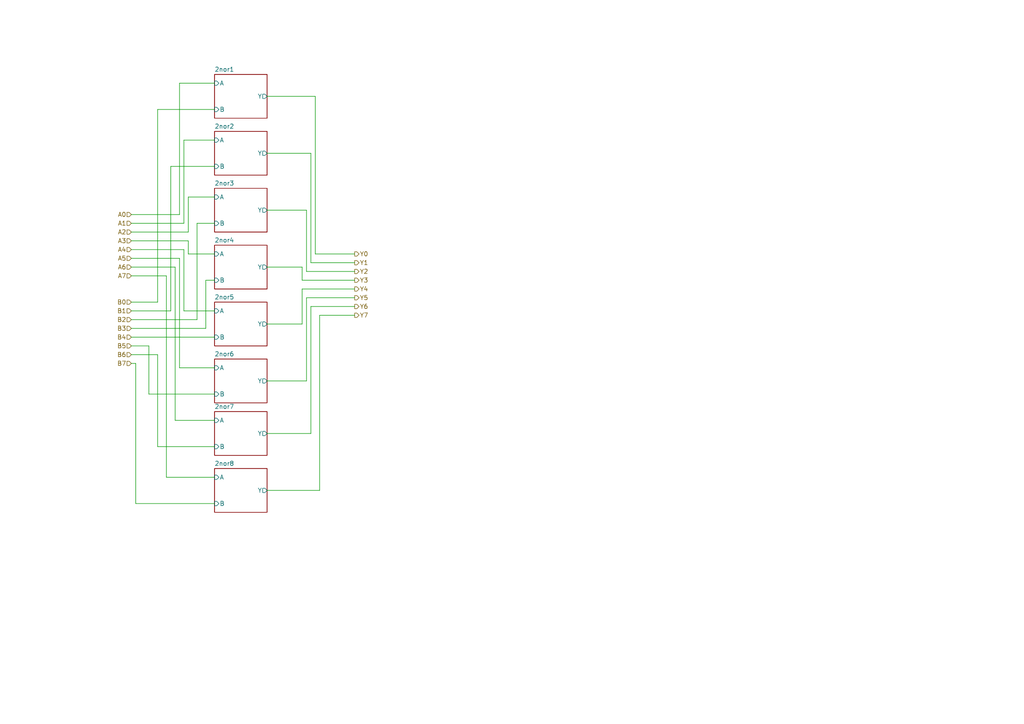
<source format=kicad_sch>
(kicad_sch
	(version 20250114)
	(generator "eeschema")
	(generator_version "9.0")
	(uuid "1dc696ed-d35e-495d-aad0-47f49dae0428")
	(paper "A4")
	(lib_symbols)
	(wire
		(pts
			(xy 92.71 91.44) (xy 102.87 91.44)
		)
		(stroke
			(width 0)
			(type default)
		)
		(uuid "047dbe10-443e-4c31-bc72-954521d39de7")
	)
	(wire
		(pts
			(xy 53.34 90.17) (xy 62.23 90.17)
		)
		(stroke
			(width 0)
			(type default)
		)
		(uuid "0fe10e65-8986-4f1c-bfe5-375184c1f790")
	)
	(wire
		(pts
			(xy 38.1 100.33) (xy 43.18 100.33)
		)
		(stroke
			(width 0)
			(type default)
		)
		(uuid "10e8927a-742e-4748-bf2b-c2a19f1aa67d")
	)
	(wire
		(pts
			(xy 52.07 74.93) (xy 52.07 106.68)
		)
		(stroke
			(width 0)
			(type default)
		)
		(uuid "1550bbda-b5b2-4048-8ea5-3a23c4dde4a4")
	)
	(wire
		(pts
			(xy 38.1 92.71) (xy 57.15 92.71)
		)
		(stroke
			(width 0)
			(type default)
		)
		(uuid "15fcacd7-716c-468a-a4c1-bdf38317a30f")
	)
	(wire
		(pts
			(xy 45.72 102.87) (xy 45.72 129.54)
		)
		(stroke
			(width 0)
			(type default)
		)
		(uuid "18857600-e7f0-45a6-ba12-2ccbad2ccea6")
	)
	(wire
		(pts
			(xy 38.1 74.93) (xy 52.07 74.93)
		)
		(stroke
			(width 0)
			(type default)
		)
		(uuid "24b24b43-c809-4e0d-a6bc-3add1aaf1d31")
	)
	(wire
		(pts
			(xy 38.1 97.79) (xy 62.23 97.79)
		)
		(stroke
			(width 0)
			(type default)
		)
		(uuid "257deb9b-6531-4e94-87e0-5b09f091eb69")
	)
	(wire
		(pts
			(xy 77.47 142.24) (xy 92.71 142.24)
		)
		(stroke
			(width 0)
			(type default)
		)
		(uuid "2e408874-c971-40ae-921f-dc2ac53655ce")
	)
	(wire
		(pts
			(xy 53.34 64.77) (xy 53.34 40.64)
		)
		(stroke
			(width 0)
			(type default)
		)
		(uuid "2fa3382c-e7a6-4dad-a4bf-aa599b7e6daf")
	)
	(wire
		(pts
			(xy 49.53 90.17) (xy 49.53 48.26)
		)
		(stroke
			(width 0)
			(type default)
		)
		(uuid "34a1584b-8a56-4e7c-8408-33d3e9546b68")
	)
	(wire
		(pts
			(xy 77.47 27.94) (xy 91.44 27.94)
		)
		(stroke
			(width 0)
			(type default)
		)
		(uuid "3ce6e01f-9724-4f03-b7c1-bc5d33c407f9")
	)
	(wire
		(pts
			(xy 48.26 138.43) (xy 62.23 138.43)
		)
		(stroke
			(width 0)
			(type default)
		)
		(uuid "4270f8b2-9a6d-4bf7-ba17-3fbd2551e925")
	)
	(wire
		(pts
			(xy 59.69 95.25) (xy 59.69 81.28)
		)
		(stroke
			(width 0)
			(type default)
		)
		(uuid "44289184-3c37-442f-9f97-dd8d8aa393ab")
	)
	(wire
		(pts
			(xy 48.26 80.01) (xy 48.26 138.43)
		)
		(stroke
			(width 0)
			(type default)
		)
		(uuid "4690da79-017e-43b5-bf08-cccf3304bd9c")
	)
	(wire
		(pts
			(xy 90.17 88.9) (xy 102.87 88.9)
		)
		(stroke
			(width 0)
			(type default)
		)
		(uuid "4bbd2eed-c9da-406f-9a3b-b70e49edf18a")
	)
	(wire
		(pts
			(xy 88.9 60.96) (xy 88.9 78.74)
		)
		(stroke
			(width 0)
			(type default)
		)
		(uuid "4d6c3435-eaa6-4394-9c87-21c4bcb6d602")
	)
	(wire
		(pts
			(xy 52.07 24.13) (xy 62.23 24.13)
		)
		(stroke
			(width 0)
			(type default)
		)
		(uuid "4da1cf37-acd7-4937-be63-8a335823445f")
	)
	(wire
		(pts
			(xy 77.47 44.45) (xy 90.17 44.45)
		)
		(stroke
			(width 0)
			(type default)
		)
		(uuid "52e252e2-3743-4751-9584-246448f19736")
	)
	(wire
		(pts
			(xy 38.1 69.85) (xy 54.61 69.85)
		)
		(stroke
			(width 0)
			(type default)
		)
		(uuid "5373621f-4fa8-49fe-8a61-2d7852c3928a")
	)
	(wire
		(pts
			(xy 45.72 87.63) (xy 45.72 31.75)
		)
		(stroke
			(width 0)
			(type default)
		)
		(uuid "53b923cd-b317-48c3-ae34-d149b4336f74")
	)
	(wire
		(pts
			(xy 88.9 110.49) (xy 88.9 86.36)
		)
		(stroke
			(width 0)
			(type default)
		)
		(uuid "55d5de91-b2cd-4d09-87c3-92e8f46c01a3")
	)
	(wire
		(pts
			(xy 77.47 110.49) (xy 88.9 110.49)
		)
		(stroke
			(width 0)
			(type default)
		)
		(uuid "577a2502-d364-4b18-94af-4d28574aca21")
	)
	(wire
		(pts
			(xy 92.71 142.24) (xy 92.71 91.44)
		)
		(stroke
			(width 0)
			(type default)
		)
		(uuid "57c89684-b7ba-4244-9151-b4013cf0ea9b")
	)
	(wire
		(pts
			(xy 90.17 44.45) (xy 90.17 76.2)
		)
		(stroke
			(width 0)
			(type default)
		)
		(uuid "5a7a9afd-af23-44f3-8775-8b778c1aef4c")
	)
	(wire
		(pts
			(xy 38.1 62.23) (xy 52.07 62.23)
		)
		(stroke
			(width 0)
			(type default)
		)
		(uuid "5d0e462b-8d46-4ee5-bf66-81fed9aec3dd")
	)
	(wire
		(pts
			(xy 57.15 64.77) (xy 62.23 64.77)
		)
		(stroke
			(width 0)
			(type default)
		)
		(uuid "5d1006a4-301d-435d-90eb-6474e4cbaaf6")
	)
	(wire
		(pts
			(xy 54.61 69.85) (xy 54.61 73.66)
		)
		(stroke
			(width 0)
			(type default)
		)
		(uuid "625d8d66-ee97-4d56-98e0-2939951dd944")
	)
	(wire
		(pts
			(xy 38.1 95.25) (xy 59.69 95.25)
		)
		(stroke
			(width 0)
			(type default)
		)
		(uuid "63db1bb8-258b-4a7c-ac70-ad8352de4caa")
	)
	(wire
		(pts
			(xy 38.1 77.47) (xy 50.8 77.47)
		)
		(stroke
			(width 0)
			(type default)
		)
		(uuid "677cb611-d157-47ff-b7bd-fef3665f1bad")
	)
	(wire
		(pts
			(xy 77.47 125.73) (xy 90.17 125.73)
		)
		(stroke
			(width 0)
			(type default)
		)
		(uuid "68840c23-3848-4ccf-9510-ab6b5bb7707a")
	)
	(wire
		(pts
			(xy 90.17 76.2) (xy 102.87 76.2)
		)
		(stroke
			(width 0)
			(type default)
		)
		(uuid "6e95d38e-cb48-409e-92cf-f076449cbf94")
	)
	(wire
		(pts
			(xy 53.34 40.64) (xy 62.23 40.64)
		)
		(stroke
			(width 0)
			(type default)
		)
		(uuid "70e94d5d-1df4-4947-8e31-35e07178f511")
	)
	(wire
		(pts
			(xy 54.61 73.66) (xy 62.23 73.66)
		)
		(stroke
			(width 0)
			(type default)
		)
		(uuid "720a0c4b-c8c5-406d-86b4-b297f3637e02")
	)
	(wire
		(pts
			(xy 39.37 105.41) (xy 39.37 146.05)
		)
		(stroke
			(width 0)
			(type default)
		)
		(uuid "731b55a7-36ba-4fb3-b090-7dc37fab0cb5")
	)
	(wire
		(pts
			(xy 50.8 121.92) (xy 62.23 121.92)
		)
		(stroke
			(width 0)
			(type default)
		)
		(uuid "75582eb7-b284-40fe-8bd4-73d7b95ef729")
	)
	(wire
		(pts
			(xy 87.63 81.28) (xy 102.87 81.28)
		)
		(stroke
			(width 0)
			(type default)
		)
		(uuid "80075690-c891-4cfb-85ac-1ba4ae94abcd")
	)
	(wire
		(pts
			(xy 77.47 77.47) (xy 87.63 77.47)
		)
		(stroke
			(width 0)
			(type default)
		)
		(uuid "83567010-6349-4820-8b4f-f750e4b19739")
	)
	(wire
		(pts
			(xy 38.1 102.87) (xy 45.72 102.87)
		)
		(stroke
			(width 0)
			(type default)
		)
		(uuid "8554826d-3e64-4abd-a1a6-adeb766ecbed")
	)
	(wire
		(pts
			(xy 52.07 106.68) (xy 62.23 106.68)
		)
		(stroke
			(width 0)
			(type default)
		)
		(uuid "89fb408e-687b-4ff2-965e-b02a03f43129")
	)
	(wire
		(pts
			(xy 38.1 105.41) (xy 39.37 105.41)
		)
		(stroke
			(width 0)
			(type default)
		)
		(uuid "8edbe49e-1789-4f59-a8b1-b6a4c8a7bb80")
	)
	(wire
		(pts
			(xy 87.63 83.82) (xy 102.87 83.82)
		)
		(stroke
			(width 0)
			(type default)
		)
		(uuid "948482b7-8360-4757-a48e-0054cc98f15c")
	)
	(wire
		(pts
			(xy 54.61 67.31) (xy 54.61 57.15)
		)
		(stroke
			(width 0)
			(type default)
		)
		(uuid "979e1b5a-9771-4e79-ad0f-c7ac1132d326")
	)
	(wire
		(pts
			(xy 38.1 87.63) (xy 45.72 87.63)
		)
		(stroke
			(width 0)
			(type default)
		)
		(uuid "984e72dd-5634-4c60-baa7-a075601396b2")
	)
	(wire
		(pts
			(xy 38.1 67.31) (xy 54.61 67.31)
		)
		(stroke
			(width 0)
			(type default)
		)
		(uuid "988a1aa8-9f5e-4982-97bb-9cf7668a74de")
	)
	(wire
		(pts
			(xy 49.53 48.26) (xy 62.23 48.26)
		)
		(stroke
			(width 0)
			(type default)
		)
		(uuid "99657266-013b-4d46-8d4d-daf4770735d4")
	)
	(wire
		(pts
			(xy 38.1 72.39) (xy 53.34 72.39)
		)
		(stroke
			(width 0)
			(type default)
		)
		(uuid "9da7c1c5-4730-4084-92f8-e42033145c9c")
	)
	(wire
		(pts
			(xy 52.07 62.23) (xy 52.07 24.13)
		)
		(stroke
			(width 0)
			(type default)
		)
		(uuid "9eba0500-ff05-4e65-9d59-dfacd980915a")
	)
	(wire
		(pts
			(xy 90.17 125.73) (xy 90.17 88.9)
		)
		(stroke
			(width 0)
			(type default)
		)
		(uuid "9ef4fedf-193f-4d36-8162-d9a125ef7f50")
	)
	(wire
		(pts
			(xy 59.69 81.28) (xy 62.23 81.28)
		)
		(stroke
			(width 0)
			(type default)
		)
		(uuid "9ffa3b16-bb84-48a4-9aba-49aa6ae5a070")
	)
	(wire
		(pts
			(xy 45.72 129.54) (xy 62.23 129.54)
		)
		(stroke
			(width 0)
			(type default)
		)
		(uuid "a5798071-2787-48b3-9e35-f161f62ad1ca")
	)
	(wire
		(pts
			(xy 38.1 64.77) (xy 53.34 64.77)
		)
		(stroke
			(width 0)
			(type default)
		)
		(uuid "ab14f2f0-f572-4817-8d33-76c852b45e57")
	)
	(wire
		(pts
			(xy 54.61 57.15) (xy 62.23 57.15)
		)
		(stroke
			(width 0)
			(type default)
		)
		(uuid "b0011085-4a43-494d-993b-4ee5f98924b4")
	)
	(wire
		(pts
			(xy 39.37 146.05) (xy 62.23 146.05)
		)
		(stroke
			(width 0)
			(type default)
		)
		(uuid "bc292536-af37-45ed-8c85-3f4c8f2b1530")
	)
	(wire
		(pts
			(xy 87.63 77.47) (xy 87.63 81.28)
		)
		(stroke
			(width 0)
			(type default)
		)
		(uuid "bf690ebf-f15d-4d80-b978-920779de9bdc")
	)
	(wire
		(pts
			(xy 43.18 114.3) (xy 62.23 114.3)
		)
		(stroke
			(width 0)
			(type default)
		)
		(uuid "c5750797-d09d-4202-9241-5b3db62f97f3")
	)
	(wire
		(pts
			(xy 50.8 77.47) (xy 50.8 121.92)
		)
		(stroke
			(width 0)
			(type default)
		)
		(uuid "c74dd3f5-e1b4-459f-b0e4-c8ac6955dde1")
	)
	(wire
		(pts
			(xy 38.1 90.17) (xy 49.53 90.17)
		)
		(stroke
			(width 0)
			(type default)
		)
		(uuid "c7f89d6c-ccf0-43db-9b20-89064db33bf2")
	)
	(wire
		(pts
			(xy 77.47 60.96) (xy 88.9 60.96)
		)
		(stroke
			(width 0)
			(type default)
		)
		(uuid "c908248a-a402-451e-b566-4b4d38cdc9db")
	)
	(wire
		(pts
			(xy 88.9 78.74) (xy 102.87 78.74)
		)
		(stroke
			(width 0)
			(type default)
		)
		(uuid "c9eb2b5d-2402-485f-8169-12668a5a4ec3")
	)
	(wire
		(pts
			(xy 88.9 86.36) (xy 102.87 86.36)
		)
		(stroke
			(width 0)
			(type default)
		)
		(uuid "ca4052eb-beb1-49f6-b2ec-b9bab3a31942")
	)
	(wire
		(pts
			(xy 45.72 31.75) (xy 62.23 31.75)
		)
		(stroke
			(width 0)
			(type default)
		)
		(uuid "d1bc34c0-8b75-4a44-a6e0-f9f9c35940c0")
	)
	(wire
		(pts
			(xy 57.15 92.71) (xy 57.15 64.77)
		)
		(stroke
			(width 0)
			(type default)
		)
		(uuid "d3239ad7-77d1-4994-95e8-ec4390dbf906")
	)
	(wire
		(pts
			(xy 53.34 72.39) (xy 53.34 90.17)
		)
		(stroke
			(width 0)
			(type default)
		)
		(uuid "d42f340f-3c11-42cc-b8b8-7110a218831c")
	)
	(wire
		(pts
			(xy 48.26 80.01) (xy 38.1 80.01)
		)
		(stroke
			(width 0)
			(type default)
		)
		(uuid "d8019cdd-7d18-477b-8f22-51e15adc03fd")
	)
	(wire
		(pts
			(xy 87.63 93.98) (xy 87.63 83.82)
		)
		(stroke
			(width 0)
			(type default)
		)
		(uuid "da2d5e62-1cf4-47cb-9b2b-99ee592582a7")
	)
	(wire
		(pts
			(xy 91.44 73.66) (xy 102.87 73.66)
		)
		(stroke
			(width 0)
			(type default)
		)
		(uuid "daf60d7e-23a5-4056-8bec-b7af43816c48")
	)
	(wire
		(pts
			(xy 91.44 27.94) (xy 91.44 73.66)
		)
		(stroke
			(width 0)
			(type default)
		)
		(uuid "df46b49d-ca19-4c6f-b6bf-dfe2b7326e1e")
	)
	(wire
		(pts
			(xy 43.18 100.33) (xy 43.18 114.3)
		)
		(stroke
			(width 0)
			(type default)
		)
		(uuid "fb2a2b76-2f80-45ea-8d0b-1f96c016880e")
	)
	(wire
		(pts
			(xy 77.47 93.98) (xy 87.63 93.98)
		)
		(stroke
			(width 0)
			(type default)
		)
		(uuid "ff3a6554-69f2-4c82-8464-52397fbc45eb")
	)
	(hierarchical_label "B5"
		(shape input)
		(at 38.1 100.33 180)
		(effects
			(font
				(size 1.27 1.27)
			)
			(justify right)
		)
		(uuid "0b5616d8-e750-454f-95fd-826bd418b528")
	)
	(hierarchical_label "B2"
		(shape input)
		(at 38.1 92.71 180)
		(effects
			(font
				(size 1.27 1.27)
			)
			(justify right)
		)
		(uuid "14e6b023-9091-4db1-b2df-eb5103586272")
	)
	(hierarchical_label "A2"
		(shape input)
		(at 38.1 67.31 180)
		(effects
			(font
				(size 1.27 1.27)
			)
			(justify right)
		)
		(uuid "14fb4eac-dd1f-4019-9be4-f4fd023df0fe")
	)
	(hierarchical_label "B3"
		(shape input)
		(at 38.1 95.25 180)
		(effects
			(font
				(size 1.27 1.27)
			)
			(justify right)
		)
		(uuid "22627a1e-ccdf-47e8-a142-4dfa32193993")
	)
	(hierarchical_label "B7"
		(shape input)
		(at 38.1 105.41 180)
		(effects
			(font
				(size 1.27 1.27)
			)
			(justify right)
		)
		(uuid "2524beb9-ca00-44c2-840f-254f2c3cd11f")
	)
	(hierarchical_label "Y4"
		(shape output)
		(at 102.87 83.82 0)
		(effects
			(font
				(size 1.27 1.27)
			)
			(justify left)
		)
		(uuid "2837b657-3c1d-4304-a23c-e580ec4f844b")
	)
	(hierarchical_label "Y5"
		(shape output)
		(at 102.87 86.36 0)
		(effects
			(font
				(size 1.27 1.27)
			)
			(justify left)
		)
		(uuid "2d256974-1ac6-428c-b801-7a1246de220b")
	)
	(hierarchical_label "A7"
		(shape input)
		(at 38.1 80.01 180)
		(effects
			(font
				(size 1.27 1.27)
			)
			(justify right)
		)
		(uuid "2fb2a64a-fee4-43e0-bd0c-dac65e54a970")
	)
	(hierarchical_label "Y2"
		(shape output)
		(at 102.87 78.74 0)
		(effects
			(font
				(size 1.27 1.27)
			)
			(justify left)
		)
		(uuid "48020226-b43e-47cb-b290-c5d7f692ec89")
	)
	(hierarchical_label "A3"
		(shape input)
		(at 38.1 69.85 180)
		(effects
			(font
				(size 1.27 1.27)
			)
			(justify right)
		)
		(uuid "49b5f522-c54b-40fa-9042-de1b1d208e97")
	)
	(hierarchical_label "Y7"
		(shape output)
		(at 102.87 91.44 0)
		(effects
			(font
				(size 1.27 1.27)
			)
			(justify left)
		)
		(uuid "5d9e37a3-fcf9-4eb1-a4b4-b006fd67c9a1")
	)
	(hierarchical_label "B0"
		(shape input)
		(at 38.1 87.63 180)
		(effects
			(font
				(size 1.27 1.27)
			)
			(justify right)
		)
		(uuid "5f830ccb-7605-413c-9bd3-506e02bbd132")
	)
	(hierarchical_label "Y3"
		(shape output)
		(at 102.87 81.28 0)
		(effects
			(font
				(size 1.27 1.27)
			)
			(justify left)
		)
		(uuid "6534170b-3205-415e-878a-200f2f6be84e")
	)
	(hierarchical_label "A5"
		(shape input)
		(at 38.1 74.93 180)
		(effects
			(font
				(size 1.27 1.27)
			)
			(justify right)
		)
		(uuid "65ee9a95-33b2-4c06-865f-e9707a9e168f")
	)
	(hierarchical_label "A0"
		(shape input)
		(at 38.1 62.23 180)
		(effects
			(font
				(size 1.27 1.27)
			)
			(justify right)
		)
		(uuid "65f49e84-af92-4397-9db0-7441b91a3ea0")
	)
	(hierarchical_label "Y1"
		(shape output)
		(at 102.87 76.2 0)
		(effects
			(font
				(size 1.27 1.27)
			)
			(justify left)
		)
		(uuid "6ade946c-b9b5-4836-840d-a5b92207802b")
	)
	(hierarchical_label "A4"
		(shape input)
		(at 38.1 72.39 180)
		(effects
			(font
				(size 1.27 1.27)
			)
			(justify right)
		)
		(uuid "7bd87af7-a0a8-47f9-a59a-3c377844b399")
	)
	(hierarchical_label "A6"
		(shape input)
		(at 38.1 77.47 180)
		(effects
			(font
				(size 1.27 1.27)
			)
			(justify right)
		)
		(uuid "82df3a45-7655-4401-bae9-e4e593a29214")
	)
	(hierarchical_label "A1"
		(shape input)
		(at 38.1 64.77 180)
		(effects
			(font
				(size 1.27 1.27)
			)
			(justify right)
		)
		(uuid "84d83fce-d0e1-4e83-9872-321ebf9fda40")
	)
	(hierarchical_label "Y6"
		(shape output)
		(at 102.87 88.9 0)
		(effects
			(font
				(size 1.27 1.27)
			)
			(justify left)
		)
		(uuid "9ea0acbd-bfcb-4575-b032-13fb62d27659")
	)
	(hierarchical_label "Y0"
		(shape output)
		(at 102.87 73.66 0)
		(effects
			(font
				(size 1.27 1.27)
			)
			(justify left)
		)
		(uuid "c028115c-1f10-4064-91f4-1b85e63ed183")
	)
	(hierarchical_label "B6"
		(shape input)
		(at 38.1 102.87 180)
		(effects
			(font
				(size 1.27 1.27)
			)
			(justify right)
		)
		(uuid "c02b009e-fd79-4a8f-abb6-5f3a92a035cf")
	)
	(hierarchical_label "B1"
		(shape input)
		(at 38.1 90.17 180)
		(effects
			(font
				(size 1.27 1.27)
			)
			(justify right)
		)
		(uuid "dadf5248-9518-4c4b-97bb-9d80607506d1")
	)
	(hierarchical_label "B4"
		(shape input)
		(at 38.1 97.79 180)
		(effects
			(font
				(size 1.27 1.27)
			)
			(justify right)
		)
		(uuid "f311f8f4-b213-4830-92d9-3fdae6b843d7")
	)
	(sheet
		(at 62.23 135.89)
		(size 15.24 12.7)
		(exclude_from_sim no)
		(in_bom yes)
		(on_board yes)
		(dnp no)
		(fields_autoplaced yes)
		(stroke
			(width 0.1524)
			(type solid)
		)
		(fill
			(color 0 0 0 0.0000)
		)
		(uuid "2f4a4bfe-bc29-4480-9365-6bb0cacaf220")
		(property "Sheetname" "2nor8"
			(at 62.23 135.1784 0)
			(effects
				(font
					(size 1.27 1.27)
				)
				(justify left bottom)
			)
		)
		(property "Sheetfile" "../gate_nor_2in_1bit/gate_nor_2in.kicad_sch"
			(at 62.23 149.1746 0)
			(effects
				(font
					(size 1.27 1.27)
				)
				(justify left top)
				(hide yes)
			)
		)
		(pin "A" input
			(at 62.23 138.43 180)
			(uuid "2c85648c-cfe5-4bd2-84e2-96b428bead5a")
			(effects
				(font
					(size 1.27 1.27)
				)
				(justify left)
			)
		)
		(pin "Y" output
			(at 77.47 142.24 0)
			(uuid "41cb5bca-af92-4520-b1fb-3de9333baa05")
			(effects
				(font
					(size 1.27 1.27)
				)
				(justify right)
			)
		)
		(pin "B" input
			(at 62.23 146.05 180)
			(uuid "4f3d3d23-3e0a-4ffe-a933-d018c0ee0062")
			(effects
				(font
					(size 1.27 1.27)
				)
				(justify left)
			)
		)
		(instances
			(project "gate_nor_2in_8bit"
				(path "/1dc696ed-d35e-495d-aad0-47f49dae0428"
					(page "8")
				)
			)
		)
	)
	(sheet
		(at 62.23 38.1)
		(size 15.24 12.7)
		(exclude_from_sim no)
		(in_bom yes)
		(on_board yes)
		(dnp no)
		(fields_autoplaced yes)
		(stroke
			(width 0.1524)
			(type solid)
		)
		(fill
			(color 0 0 0 0.0000)
		)
		(uuid "67bc095c-bc21-4780-9264-a26a99f8eba0")
		(property "Sheetname" "2nor2"
			(at 62.23 37.3884 0)
			(effects
				(font
					(size 1.27 1.27)
				)
				(justify left bottom)
			)
		)
		(property "Sheetfile" "../gate_nor_2in_1bit/gate_nor_2in.kicad_sch"
			(at 62.23 51.3846 0)
			(effects
				(font
					(size 1.27 1.27)
				)
				(justify left top)
				(hide yes)
			)
		)
		(pin "A" input
			(at 62.23 40.64 180)
			(uuid "066b9860-26a8-4daf-8849-ec38aab766be")
			(effects
				(font
					(size 1.27 1.27)
				)
				(justify left)
			)
		)
		(pin "Y" output
			(at 77.47 44.45 0)
			(uuid "7b26efa0-463a-4582-8446-84895e312b13")
			(effects
				(font
					(size 1.27 1.27)
				)
				(justify right)
			)
		)
		(pin "B" input
			(at 62.23 48.26 180)
			(uuid "d51015ed-9bcb-42f8-bbec-9ba8ee0ac0cb")
			(effects
				(font
					(size 1.27 1.27)
				)
				(justify left)
			)
		)
		(instances
			(project "gate_nor_2in_8bit"
				(path "/1dc696ed-d35e-495d-aad0-47f49dae0428"
					(page "1")
				)
			)
		)
	)
	(sheet
		(at 62.23 104.14)
		(size 15.24 12.7)
		(exclude_from_sim no)
		(in_bom yes)
		(on_board yes)
		(dnp no)
		(fields_autoplaced yes)
		(stroke
			(width 0.1524)
			(type solid)
		)
		(fill
			(color 0 0 0 0.0000)
		)
		(uuid "6fe04fa8-209d-43e3-ae61-844c317e417f")
		(property "Sheetname" "2nor6"
			(at 62.23 103.4284 0)
			(effects
				(font
					(size 1.27 1.27)
				)
				(justify left bottom)
			)
		)
		(property "Sheetfile" "../gate_nor_2in_1bit/gate_nor_2in.kicad_sch"
			(at 62.23 117.4246 0)
			(effects
				(font
					(size 1.27 1.27)
				)
				(justify left top)
				(hide yes)
			)
		)
		(pin "A" input
			(at 62.23 106.68 180)
			(uuid "be9e241f-c9b6-4d52-97b7-496af1ce4eda")
			(effects
				(font
					(size 1.27 1.27)
				)
				(justify left)
			)
		)
		(pin "Y" output
			(at 77.47 110.49 0)
			(uuid "1e2dee58-0947-46d9-861f-e7e49793ee68")
			(effects
				(font
					(size 1.27 1.27)
				)
				(justify right)
			)
		)
		(pin "B" input
			(at 62.23 114.3 180)
			(uuid "ec9b6930-d11f-469a-8649-e259e627409f")
			(effects
				(font
					(size 1.27 1.27)
				)
				(justify left)
			)
		)
		(instances
			(project "gate_nor_2in_8bit"
				(path "/1dc696ed-d35e-495d-aad0-47f49dae0428"
					(page "6")
				)
			)
		)
	)
	(sheet
		(at 62.23 54.61)
		(size 15.24 12.7)
		(exclude_from_sim no)
		(in_bom yes)
		(on_board yes)
		(dnp no)
		(fields_autoplaced yes)
		(stroke
			(width 0.1524)
			(type solid)
		)
		(fill
			(color 0 0 0 0.0000)
		)
		(uuid "8ef37113-3f84-4457-b92f-f8b8cc6515bd")
		(property "Sheetname" "2nor3"
			(at 62.23 53.8984 0)
			(effects
				(font
					(size 1.27 1.27)
				)
				(justify left bottom)
			)
		)
		(property "Sheetfile" "../gate_nor_2in_1bit/gate_nor_2in.kicad_sch"
			(at 62.23 67.8946 0)
			(effects
				(font
					(size 1.27 1.27)
				)
				(justify left top)
				(hide yes)
			)
		)
		(pin "A" input
			(at 62.23 57.15 180)
			(uuid "2238bc75-d526-4964-920a-b76bc543b195")
			(effects
				(font
					(size 1.27 1.27)
				)
				(justify left)
			)
		)
		(pin "Y" output
			(at 77.47 60.96 0)
			(uuid "5965a531-dec4-49ac-81f2-ead461abf714")
			(effects
				(font
					(size 1.27 1.27)
				)
				(justify right)
			)
		)
		(pin "B" input
			(at 62.23 64.77 180)
			(uuid "b587754b-6bf3-4c90-8a27-c76019cea8ae")
			(effects
				(font
					(size 1.27 1.27)
				)
				(justify left)
			)
		)
		(instances
			(project "gate_nor_2in_8bit"
				(path "/1dc696ed-d35e-495d-aad0-47f49dae0428"
					(page "3")
				)
			)
		)
	)
	(sheet
		(at 62.23 21.59)
		(size 15.24 12.7)
		(exclude_from_sim no)
		(in_bom yes)
		(on_board yes)
		(dnp no)
		(fields_autoplaced yes)
		(stroke
			(width 0.1524)
			(type solid)
		)
		(fill
			(color 0 0 0 0.0000)
		)
		(uuid "a5b7953b-96b6-4013-8e27-1987969121a2")
		(property "Sheetname" "2nor1"
			(at 62.23 20.8784 0)
			(effects
				(font
					(size 1.27 1.27)
				)
				(justify left bottom)
			)
		)
		(property "Sheetfile" "../gate_nor_2in_1bit/gate_nor_2in.kicad_sch"
			(at 62.23 34.8746 0)
			(effects
				(font
					(size 1.27 1.27)
				)
				(justify left top)
				(hide yes)
			)
		)
		(pin "A" input
			(at 62.23 24.13 180)
			(uuid "36467475-b625-4c24-a55a-2ba2e8947e34")
			(effects
				(font
					(size 1.27 1.27)
				)
				(justify left)
			)
		)
		(pin "Y" output
			(at 77.47 27.94 0)
			(uuid "ddd9165e-4934-4d3f-9995-fd0c74743a49")
			(effects
				(font
					(size 1.27 1.27)
				)
				(justify right)
			)
		)
		(pin "B" input
			(at 62.23 31.75 180)
			(uuid "d41e7f33-6d02-46a9-bcc7-60df938151eb")
			(effects
				(font
					(size 1.27 1.27)
				)
				(justify left)
			)
		)
		(instances
			(project "gate_nor_2in_8bit"
				(path "/1dc696ed-d35e-495d-aad0-47f49dae0428"
					(page "2")
				)
			)
			(project ""
				(path "/b0b24703-6682-42ff-bfe8-9b2bd3fa2617"
					(page "#")
				)
			)
			(project "main_logic"
				(path "/9c59990f-2fe5-4da7-bc07-d03b445b1465/b0b24703-6682-42ff-bfe8-9b2bd3fa2617"
					(page "10")
				)
			)
		)
	)
	(sheet
		(at 62.23 71.12)
		(size 15.24 12.7)
		(exclude_from_sim no)
		(in_bom yes)
		(on_board yes)
		(dnp no)
		(fields_autoplaced yes)
		(stroke
			(width 0.1524)
			(type solid)
		)
		(fill
			(color 0 0 0 0.0000)
		)
		(uuid "abad434e-cf2a-4ad0-8c8f-369a812ac1a1")
		(property "Sheetname" "2nor4"
			(at 62.23 70.4084 0)
			(effects
				(font
					(size 1.27 1.27)
				)
				(justify left bottom)
			)
		)
		(property "Sheetfile" "../gate_nor_2in_1bit/gate_nor_2in.kicad_sch"
			(at 62.23 84.4046 0)
			(effects
				(font
					(size 1.27 1.27)
				)
				(justify left top)
				(hide yes)
			)
		)
		(pin "A" input
			(at 62.23 73.66 180)
			(uuid "32ec3ad1-50a2-4c69-b758-26a5d3a4cc23")
			(effects
				(font
					(size 1.27 1.27)
				)
				(justify left)
			)
		)
		(pin "Y" output
			(at 77.47 77.47 0)
			(uuid "65dc0025-83f5-40e2-9883-4e23e2c22fdc")
			(effects
				(font
					(size 1.27 1.27)
				)
				(justify right)
			)
		)
		(pin "B" input
			(at 62.23 81.28 180)
			(uuid "a2035060-9f7c-45f5-97d3-02ebed3c7e43")
			(effects
				(font
					(size 1.27 1.27)
				)
				(justify left)
			)
		)
		(instances
			(project "gate_nor_2in_8bit"
				(path "/1dc696ed-d35e-495d-aad0-47f49dae0428"
					(page "4")
				)
			)
		)
	)
	(sheet
		(at 62.23 119.38)
		(size 15.24 12.7)
		(exclude_from_sim no)
		(in_bom yes)
		(on_board yes)
		(dnp no)
		(fields_autoplaced yes)
		(stroke
			(width 0.1524)
			(type solid)
		)
		(fill
			(color 0 0 0 0.0000)
		)
		(uuid "c0f90445-61d1-41dd-8f80-ee162a676cf7")
		(property "Sheetname" "2nor7"
			(at 62.23 118.6684 0)
			(effects
				(font
					(size 1.27 1.27)
				)
				(justify left bottom)
			)
		)
		(property "Sheetfile" "../gate_nor_2in_1bit/gate_nor_2in.kicad_sch"
			(at 62.23 132.6646 0)
			(effects
				(font
					(size 1.27 1.27)
				)
				(justify left top)
				(hide yes)
			)
		)
		(pin "A" input
			(at 62.23 121.92 180)
			(uuid "239dc26c-8a11-47e2-83c3-0d73c81fd271")
			(effects
				(font
					(size 1.27 1.27)
				)
				(justify left)
			)
		)
		(pin "Y" output
			(at 77.47 125.73 0)
			(uuid "edd660c5-1e7a-4ec9-90a3-b23b18d4c7ad")
			(effects
				(font
					(size 1.27 1.27)
				)
				(justify right)
			)
		)
		(pin "B" input
			(at 62.23 129.54 180)
			(uuid "dee23863-90e2-49d6-943f-0f1d0b6c9805")
			(effects
				(font
					(size 1.27 1.27)
				)
				(justify left)
			)
		)
		(instances
			(project "gate_nor_2in_8bit"
				(path "/1dc696ed-d35e-495d-aad0-47f49dae0428"
					(page "7")
				)
			)
		)
	)
	(sheet
		(at 62.23 87.63)
		(size 15.24 12.7)
		(exclude_from_sim no)
		(in_bom yes)
		(on_board yes)
		(dnp no)
		(fields_autoplaced yes)
		(stroke
			(width 0.1524)
			(type solid)
		)
		(fill
			(color 0 0 0 0.0000)
		)
		(uuid "f303c8a5-1eb6-4557-af39-4675c3903cca")
		(property "Sheetname" "2nor5"
			(at 62.23 86.9184 0)
			(effects
				(font
					(size 1.27 1.27)
				)
				(justify left bottom)
			)
		)
		(property "Sheetfile" "../gate_nor_2in_1bit/gate_nor_2in.kicad_sch"
			(at 62.23 100.9146 0)
			(effects
				(font
					(size 1.27 1.27)
				)
				(justify left top)
				(hide yes)
			)
		)
		(pin "A" input
			(at 62.23 90.17 180)
			(uuid "7226d54d-decb-4749-80b4-80d05eb4d293")
			(effects
				(font
					(size 1.27 1.27)
				)
				(justify left)
			)
		)
		(pin "Y" output
			(at 77.47 93.98 0)
			(uuid "7df262cf-0f4a-461f-b66e-e0c2704e3e34")
			(effects
				(font
					(size 1.27 1.27)
				)
				(justify right)
			)
		)
		(pin "B" input
			(at 62.23 97.79 180)
			(uuid "677d1efe-c93e-47ad-8038-3ce7532c1d3f")
			(effects
				(font
					(size 1.27 1.27)
				)
				(justify left)
			)
		)
		(instances
			(project "gate_nor_2in_8bit"
				(path "/1dc696ed-d35e-495d-aad0-47f49dae0428"
					(page "5")
				)
			)
		)
	)
)

</source>
